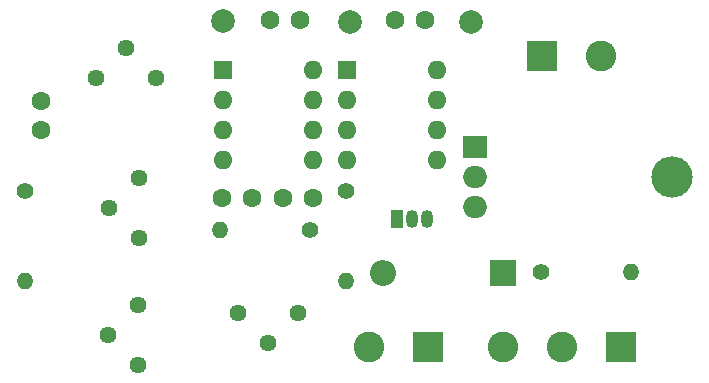
<source format=gbr>
%TF.GenerationSoftware,KiCad,Pcbnew,5.1.8-db9833491~88~ubuntu18.04.1*%
%TF.CreationDate,2020-12-20T18:34:58-05:00*%
%TF.ProjectId,PWMMotorController,50574d4d-6f74-46f7-9243-6f6e74726f6c,rev?*%
%TF.SameCoordinates,Original*%
%TF.FileFunction,Soldermask,Top*%
%TF.FilePolarity,Negative*%
%FSLAX46Y46*%
G04 Gerber Fmt 4.6, Leading zero omitted, Abs format (unit mm)*
G04 Created by KiCad (PCBNEW 5.1.8-db9833491~88~ubuntu18.04.1) date 2020-12-20 18:34:58*
%MOMM*%
%LPD*%
G01*
G04 APERTURE LIST*
%ADD10C,1.600000*%
%ADD11R,2.200000X2.200000*%
%ADD12O,2.200000X2.200000*%
%ADD13O,1.050000X1.500000*%
%ADD14R,1.050000X1.500000*%
%ADD15C,1.440000*%
%ADD16C,1.400000*%
%ADD17O,1.400000X1.400000*%
%ADD18C,2.000000*%
%ADD19O,1.600000X1.600000*%
%ADD20R,1.600000X1.600000*%
%ADD21O,3.500000X3.500000*%
%ADD22R,2.000000X1.905000*%
%ADD23O,2.000000X1.905000*%
%ADD24R,2.600000X2.600000*%
%ADD25C,2.600000*%
G04 APERTURE END LIST*
D10*
%TO.C,C1*%
X116027200Y-95148400D03*
X116027200Y-97648400D03*
%TD*%
%TO.C,C2*%
X131408800Y-103378000D03*
X133908800Y-103378000D03*
%TD*%
%TO.C,C3*%
X136550400Y-103378000D03*
X139050400Y-103378000D03*
%TD*%
%TO.C,C4*%
X137972800Y-88341200D03*
X135472800Y-88341200D03*
%TD*%
%TO.C,C5*%
X146039200Y-88341200D03*
X148539200Y-88341200D03*
%TD*%
D11*
%TO.C,D1*%
X155194000Y-109728000D03*
D12*
X145034000Y-109728000D03*
%TD*%
D13*
%TO.C,Q1*%
X147421600Y-105156000D03*
X148691600Y-105156000D03*
D14*
X146151600Y-105156000D03*
%TD*%
D15*
%TO.C,R1*%
X125780800Y-93218000D03*
X123240800Y-90678000D03*
X120700800Y-93218000D03*
%TD*%
%TO.C,R2*%
X124307600Y-106730800D03*
X121767600Y-104190800D03*
X124307600Y-101650800D03*
%TD*%
D16*
%TO.C,R3*%
X114706400Y-102819200D03*
D17*
X114706400Y-110439200D03*
%TD*%
D15*
%TO.C,R4*%
X124256800Y-112471200D03*
X121716800Y-115011200D03*
X124256800Y-117551200D03*
%TD*%
%TO.C,R5*%
X137769600Y-113131600D03*
X135229600Y-115671600D03*
X132689600Y-113131600D03*
%TD*%
D17*
%TO.C,R6*%
X131165600Y-106121200D03*
D16*
X138785600Y-106121200D03*
%TD*%
%TO.C,R7*%
X158343600Y-109677200D03*
D17*
X165963600Y-109677200D03*
%TD*%
D16*
%TO.C,R8*%
X141884400Y-102768400D03*
D17*
X141884400Y-110388400D03*
%TD*%
D18*
%TO.C,TP1*%
X131419600Y-88392000D03*
%TD*%
%TO.C,TP2*%
X142189200Y-88442800D03*
%TD*%
%TO.C,TP3*%
X152450800Y-88442800D03*
%TD*%
D19*
%TO.C,U1*%
X139039600Y-92506800D03*
X131419600Y-100126800D03*
X139039600Y-95046800D03*
X131419600Y-97586800D03*
X139039600Y-97586800D03*
X131419600Y-95046800D03*
X139039600Y-100126800D03*
D20*
X131419600Y-92506800D03*
%TD*%
%TO.C,U2*%
X141986000Y-92506800D03*
D19*
X149606000Y-100126800D03*
X141986000Y-95046800D03*
X149606000Y-97586800D03*
X141986000Y-97586800D03*
X149606000Y-95046800D03*
X141986000Y-100126800D03*
X149606000Y-92506800D03*
%TD*%
D21*
%TO.C,Q2*%
X169466400Y-101600000D03*
D22*
X152806400Y-99060000D03*
D23*
X152806400Y-101600000D03*
X152806400Y-104140000D03*
%TD*%
D24*
%TO.C,J3*%
X158496000Y-91389200D03*
D25*
X163496000Y-91389200D03*
%TD*%
D24*
%TO.C,J1*%
X165150800Y-115976400D03*
D25*
X160150800Y-115976400D03*
X155150800Y-115976400D03*
%TD*%
D24*
%TO.C,J2*%
X148844000Y-115976400D03*
D25*
X143844000Y-115976400D03*
%TD*%
M02*

</source>
